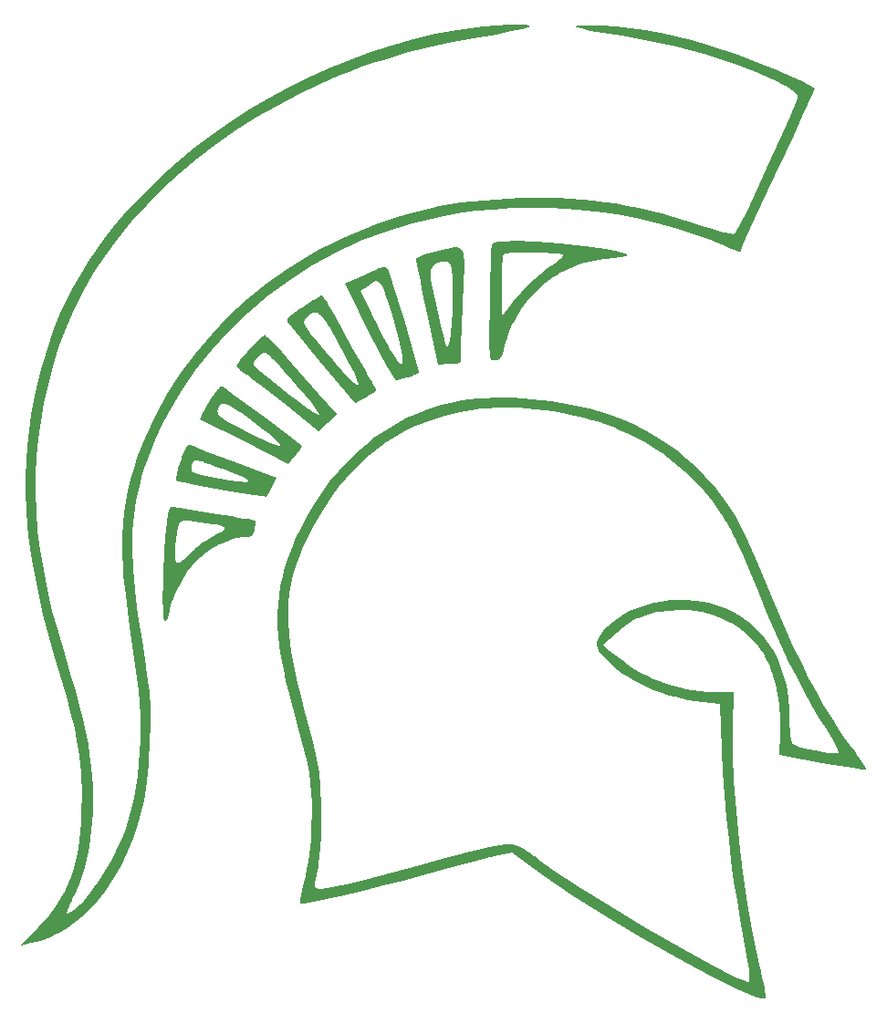
<source format=gbr>
G04 #@! TF.GenerationSoftware,KiCad,Pcbnew,8.0.7*
G04 #@! TF.CreationDate,2024-12-21T12:11:45-05:00*
G04 #@! TF.ProjectId,PCB-Sch,5043422d-5363-4682-9e6b-696361645f70,rev?*
G04 #@! TF.SameCoordinates,Original*
G04 #@! TF.FileFunction,Legend,Top*
G04 #@! TF.FilePolarity,Positive*
%FSLAX46Y46*%
G04 Gerber Fmt 4.6, Leading zero omitted, Abs format (unit mm)*
G04 Created by KiCad (PCBNEW 8.0.7) date 2024-12-21 12:11:45*
%MOMM*%
%LPD*%
G01*
G04 APERTURE LIST*
%ADD10C,0.000000*%
G04 APERTURE END LIST*
D10*
G36*
X190531213Y-87148369D02*
G01*
X190633181Y-87171968D01*
X190723115Y-87210703D01*
X190801639Y-87265768D01*
X190869380Y-87338362D01*
X190926961Y-87429680D01*
X190975008Y-87540919D01*
X191014146Y-87673277D01*
X191068193Y-88006131D01*
X191094102Y-88437817D01*
X191096874Y-88977907D01*
X191053001Y-90421592D01*
X190976572Y-92413770D01*
X190898437Y-94508111D01*
X190827743Y-96230383D01*
X190771933Y-97406952D01*
X190751934Y-97736339D01*
X190738446Y-97864188D01*
X190728305Y-97869452D01*
X190708165Y-97875297D01*
X190640055Y-97888577D01*
X190538460Y-97903718D01*
X190407718Y-97920409D01*
X190076161Y-97957203D01*
X189680111Y-97996478D01*
X188674696Y-98049396D01*
X187669281Y-93286894D01*
X187273646Y-91414552D01*
X186944983Y-89837388D01*
X186888426Y-89556268D01*
X187960321Y-89556268D01*
X187974946Y-89778566D01*
X188016545Y-90098146D01*
X188167028Y-90969308D01*
X188384482Y-92050069D01*
X188641625Y-93220748D01*
X188911169Y-94361661D01*
X189165831Y-95353126D01*
X189378324Y-96075459D01*
X189460231Y-96298301D01*
X189521364Y-96408980D01*
X189548788Y-96422905D01*
X189576425Y-96410930D01*
X189631951Y-96314204D01*
X189687167Y-96128646D01*
X189741298Y-95864101D01*
X189843204Y-95137427D01*
X189931467Y-94212936D01*
X189999887Y-93169382D01*
X190042261Y-92085521D01*
X190052390Y-91040107D01*
X190024072Y-90111895D01*
X190009098Y-89871684D01*
X189993582Y-89656160D01*
X189976981Y-89463969D01*
X189958752Y-89293753D01*
X189948857Y-89216462D01*
X189938352Y-89144156D01*
X189927169Y-89076666D01*
X189915240Y-89013822D01*
X189902497Y-88955454D01*
X189888872Y-88901393D01*
X189874297Y-88851470D01*
X189858706Y-88805514D01*
X189842029Y-88763356D01*
X189824199Y-88724828D01*
X189805148Y-88689758D01*
X189784808Y-88657977D01*
X189763112Y-88629317D01*
X189739992Y-88603607D01*
X189715379Y-88580678D01*
X189689207Y-88560360D01*
X189661407Y-88542484D01*
X189631911Y-88526880D01*
X189600651Y-88513379D01*
X189567561Y-88501810D01*
X189532571Y-88492005D01*
X189495615Y-88483794D01*
X189456623Y-88477007D01*
X189415529Y-88471475D01*
X189341519Y-88463323D01*
X189268380Y-88458659D01*
X189196211Y-88457406D01*
X189125107Y-88459486D01*
X189055167Y-88464822D01*
X188986485Y-88473336D01*
X188919161Y-88484950D01*
X188853289Y-88499588D01*
X188788968Y-88517170D01*
X188726295Y-88537621D01*
X188665365Y-88560863D01*
X188606276Y-88586817D01*
X188549125Y-88615407D01*
X188494009Y-88646555D01*
X188441025Y-88680184D01*
X188390269Y-88716215D01*
X188341838Y-88754572D01*
X188295830Y-88795177D01*
X188252341Y-88837952D01*
X188211469Y-88882820D01*
X188173309Y-88929704D01*
X188137959Y-88978525D01*
X188105516Y-89029207D01*
X188076076Y-89081671D01*
X188049738Y-89135841D01*
X188026596Y-89191638D01*
X188006749Y-89248986D01*
X187990294Y-89307807D01*
X187977326Y-89368023D01*
X187967944Y-89429557D01*
X187962243Y-89492331D01*
X187960321Y-89556268D01*
X186888426Y-89556268D01*
X186720500Y-88721591D01*
X186658954Y-88388640D01*
X186637404Y-88233352D01*
X186639712Y-88218012D01*
X186646564Y-88201790D01*
X186673475Y-88166896D01*
X186717283Y-88129055D01*
X186777138Y-88088657D01*
X186852185Y-88046089D01*
X186941572Y-88001738D01*
X187044447Y-87955991D01*
X187159957Y-87909237D01*
X187425470Y-87814256D01*
X187731291Y-87719895D01*
X188070598Y-87629254D01*
X188436570Y-87545433D01*
X189427983Y-87306430D01*
X189818986Y-87215511D01*
X190146854Y-87156413D01*
X190416585Y-87138708D01*
X190531213Y-87148369D01*
G37*
G36*
X168685039Y-100094425D02*
G01*
X168947736Y-100266004D01*
X169821480Y-100879609D01*
X172376363Y-102752363D01*
X174891558Y-104654882D01*
X175715694Y-105305695D01*
X175946145Y-105501459D01*
X176027613Y-105590020D01*
X176024557Y-105608552D01*
X176015572Y-105634100D01*
X176000928Y-105666236D01*
X175980897Y-105704535D01*
X175925758Y-105797915D01*
X175852326Y-105910828D01*
X175762770Y-106039864D01*
X175659262Y-106181612D01*
X175543972Y-106332662D01*
X175419070Y-106489602D01*
X174784072Y-107230436D01*
X170683030Y-105166685D01*
X166581987Y-103102935D01*
X166927296Y-102389298D01*
X168217417Y-102389298D01*
X168238940Y-102490261D01*
X168285268Y-102592153D01*
X168359036Y-102697069D01*
X168462880Y-102807101D01*
X168599435Y-102924342D01*
X168771336Y-103050884D01*
X168981220Y-103188821D01*
X169231722Y-103340246D01*
X169525476Y-103507251D01*
X170253287Y-103896374D01*
X171185736Y-104372935D01*
X171859810Y-104708347D01*
X172443386Y-104990003D01*
X172936502Y-105217477D01*
X173339197Y-105390341D01*
X173651510Y-105508170D01*
X173873479Y-105570537D01*
X173950597Y-105580789D01*
X174005144Y-105577016D01*
X174037125Y-105559164D01*
X174046544Y-105527180D01*
X174033406Y-105481012D01*
X173997716Y-105420604D01*
X173939479Y-105345905D01*
X173858700Y-105256861D01*
X173629534Y-105035524D01*
X173310258Y-104756168D01*
X172900910Y-104418365D01*
X172401528Y-104021690D01*
X171132820Y-103050018D01*
X170776621Y-102782354D01*
X170451157Y-102544571D01*
X170299477Y-102436728D01*
X170154915Y-102336167D01*
X170017281Y-102242824D01*
X169886385Y-102156637D01*
X169762039Y-102077542D01*
X169644055Y-102005477D01*
X169532242Y-101940378D01*
X169426413Y-101882183D01*
X169326378Y-101830829D01*
X169231948Y-101786252D01*
X169142935Y-101748390D01*
X169059149Y-101717180D01*
X168980401Y-101692559D01*
X168906503Y-101674463D01*
X168837265Y-101662830D01*
X168772499Y-101657597D01*
X168712016Y-101658701D01*
X168655627Y-101666079D01*
X168603142Y-101679667D01*
X168578305Y-101688771D01*
X168554373Y-101699403D01*
X168509131Y-101725225D01*
X168467227Y-101757068D01*
X168428472Y-101794870D01*
X168392678Y-101838568D01*
X168359654Y-101888100D01*
X168329213Y-101943401D01*
X168301164Y-102004409D01*
X168275321Y-102071061D01*
X168238243Y-102181791D01*
X168218063Y-102287172D01*
X168217417Y-102389298D01*
X166927296Y-102389298D01*
X166978862Y-102282729D01*
X167183087Y-101923887D01*
X167422039Y-101515437D01*
X167546786Y-101308111D01*
X167670913Y-101106986D01*
X167791320Y-100918264D01*
X167904905Y-100748144D01*
X167959424Y-100674719D01*
X168013632Y-100603502D01*
X168067220Y-100534843D01*
X168119879Y-100469092D01*
X168171297Y-100406595D01*
X168221164Y-100347704D01*
X168269172Y-100292765D01*
X168315009Y-100242129D01*
X168358365Y-100196143D01*
X168398931Y-100155158D01*
X168436397Y-100119520D01*
X168470452Y-100089580D01*
X168500786Y-100065687D01*
X168514461Y-100056116D01*
X168527089Y-100048188D01*
X168538633Y-100041945D01*
X168549052Y-100037432D01*
X168558309Y-100034693D01*
X168566364Y-100033770D01*
X168685039Y-100094425D01*
G37*
G36*
X197748096Y-86619445D02*
G01*
X200035242Y-86774837D01*
X202311227Y-87003402D01*
X204290485Y-87281267D01*
X205079604Y-87431226D01*
X205687454Y-87584557D01*
X206078341Y-87738276D01*
X206181268Y-87814347D01*
X206216569Y-87889397D01*
X206214185Y-87897065D01*
X206207112Y-87905164D01*
X206179362Y-87922521D01*
X206134249Y-87941195D01*
X206072702Y-87960915D01*
X205904031Y-88002411D01*
X205680789Y-88044837D01*
X205410419Y-88086022D01*
X205100360Y-88123797D01*
X204758055Y-88155990D01*
X204390944Y-88180432D01*
X203971038Y-88219054D01*
X203554943Y-88275162D01*
X203143064Y-88348409D01*
X202735802Y-88438453D01*
X202333558Y-88544950D01*
X201936736Y-88667555D01*
X201545737Y-88805924D01*
X201160963Y-88959714D01*
X200782817Y-89128581D01*
X200411701Y-89312180D01*
X200048016Y-89510168D01*
X199692164Y-89722200D01*
X199344549Y-89947934D01*
X199005572Y-90187024D01*
X198675635Y-90439126D01*
X198355140Y-90703898D01*
X197744086Y-91270071D01*
X197454330Y-91570785D01*
X197175625Y-91882792D01*
X196908373Y-92205748D01*
X196652976Y-92539309D01*
X196409836Y-92883131D01*
X196179355Y-93236870D01*
X195961935Y-93600182D01*
X195757979Y-93972723D01*
X195567888Y-94354149D01*
X195392064Y-94744117D01*
X195230910Y-95142281D01*
X195084828Y-95548299D01*
X194954220Y-95961826D01*
X194839488Y-96382518D01*
X194790725Y-96566828D01*
X194743318Y-96733349D01*
X194696764Y-96882894D01*
X194650558Y-97016278D01*
X194627429Y-97077163D01*
X194604198Y-97134313D01*
X194580802Y-97187830D01*
X194557179Y-97237815D01*
X194533265Y-97284370D01*
X194508997Y-97327597D01*
X194484313Y-97367597D01*
X194459149Y-97404472D01*
X194433442Y-97438324D01*
X194407130Y-97469255D01*
X194380149Y-97497366D01*
X194352437Y-97522760D01*
X194323930Y-97545537D01*
X194294566Y-97565800D01*
X194264281Y-97583650D01*
X194233013Y-97599190D01*
X194200698Y-97612520D01*
X194167274Y-97623743D01*
X194132678Y-97632960D01*
X194096846Y-97640273D01*
X194059716Y-97645784D01*
X194021224Y-97649594D01*
X193981308Y-97651806D01*
X193939905Y-97652521D01*
X193756661Y-97640170D01*
X193682828Y-97613627D01*
X193619925Y-97563637D01*
X193567253Y-97482796D01*
X193524117Y-97363701D01*
X193489816Y-97198950D01*
X193463655Y-96981140D01*
X193432959Y-96356734D01*
X193426447Y-95431260D01*
X193463654Y-92440229D01*
X193507889Y-90376891D01*
X193513660Y-90182225D01*
X194596248Y-90182225D01*
X194601365Y-90746892D01*
X194601365Y-93551479D01*
X195183446Y-92784184D01*
X195414039Y-92474830D01*
X195649051Y-92172181D01*
X195887938Y-91876741D01*
X196130159Y-91589013D01*
X196375170Y-91309502D01*
X196622429Y-91038711D01*
X196871393Y-90777145D01*
X197121520Y-90525306D01*
X197372267Y-90283699D01*
X197623092Y-90052829D01*
X197873451Y-89833197D01*
X198122803Y-89625309D01*
X198370605Y-89429669D01*
X198616314Y-89246779D01*
X198859387Y-89077145D01*
X199099282Y-88921269D01*
X199230657Y-88832056D01*
X199356527Y-88743346D01*
X199476352Y-88655644D01*
X199589587Y-88569454D01*
X199695692Y-88485280D01*
X199794122Y-88403624D01*
X199884336Y-88324992D01*
X199965791Y-88249887D01*
X200037944Y-88178813D01*
X200100253Y-88112273D01*
X200152175Y-88050772D01*
X200174071Y-88022068D01*
X200193167Y-87994813D01*
X200209395Y-87969069D01*
X200222688Y-87944900D01*
X200232976Y-87922369D01*
X200240194Y-87901537D01*
X200244271Y-87882470D01*
X200245142Y-87865228D01*
X200242738Y-87849876D01*
X200236991Y-87836477D01*
X200208063Y-87812295D01*
X200152228Y-87789374D01*
X199966929Y-87747386D01*
X199695278Y-87710670D01*
X199351462Y-87679380D01*
X198504071Y-87633697D01*
X197538237Y-87611579D01*
X196567443Y-87614266D01*
X195705170Y-87642997D01*
X195350192Y-87667517D01*
X195064899Y-87699014D01*
X194863477Y-87737642D01*
X194798651Y-87759679D01*
X194760112Y-87783556D01*
X194740598Y-87813058D01*
X194721820Y-87870736D01*
X194686939Y-88064266D01*
X194656398Y-88351433D01*
X194631128Y-88719525D01*
X194612060Y-89155829D01*
X194600123Y-89647633D01*
X194596248Y-90182225D01*
X193513660Y-90182225D01*
X193559566Y-88633534D01*
X193587421Y-87938435D01*
X193616205Y-87391233D01*
X193645609Y-87014565D01*
X193660447Y-86897253D01*
X193675323Y-86831063D01*
X193732251Y-86764338D01*
X193855409Y-86707782D01*
X194282572Y-86623684D01*
X194921118Y-86575786D01*
X195735351Y-86561103D01*
X197748096Y-86619445D01*
G37*
G36*
X172630242Y-95281910D02*
G01*
X172690090Y-95316695D01*
X172878657Y-95475910D01*
X173185666Y-95783332D01*
X173643054Y-96273380D01*
X175136710Y-97939014D01*
X177615111Y-100748144D01*
X179281989Y-102653142D01*
X178408862Y-103420437D01*
X177562197Y-104187726D01*
X174757610Y-101938768D01*
X173593445Y-101022234D01*
X172488810Y-100162752D01*
X171572691Y-99457059D01*
X170974071Y-99001893D01*
X170871215Y-98932214D01*
X170771344Y-98862419D01*
X170674961Y-98793011D01*
X170582571Y-98724494D01*
X170494675Y-98657373D01*
X170411780Y-98592151D01*
X170334388Y-98529332D01*
X170263004Y-98469419D01*
X170198130Y-98412918D01*
X170140272Y-98360331D01*
X170089933Y-98312162D01*
X170047616Y-98268915D01*
X170013826Y-98231095D01*
X169989066Y-98199204D01*
X169980230Y-98185640D01*
X169973841Y-98173747D01*
X169969961Y-98163589D01*
X169968654Y-98155228D01*
X169975056Y-98128692D01*
X169993821Y-98089289D01*
X170024290Y-98037794D01*
X170065806Y-97974981D01*
X170088605Y-97943558D01*
X171556154Y-97943558D01*
X171569240Y-97978162D01*
X171607508Y-98031563D01*
X171753662Y-98189952D01*
X172282932Y-98679432D01*
X173049087Y-99335103D01*
X173957248Y-100080071D01*
X174912539Y-100837441D01*
X175820080Y-101530319D01*
X176584995Y-102081810D01*
X176884317Y-102280506D01*
X177112404Y-102415019D01*
X177747405Y-102758980D01*
X177244695Y-101991685D01*
X177107494Y-101792732D01*
X176901151Y-101521224D01*
X176635896Y-101188945D01*
X176321962Y-100807676D01*
X175588984Y-99945300D01*
X174784072Y-99028352D01*
X174383682Y-98593289D01*
X174001896Y-98187061D01*
X173647396Y-97818660D01*
X173328862Y-97497077D01*
X173185796Y-97356653D01*
X173054977Y-97231305D01*
X172937491Y-97122158D01*
X172834422Y-97030336D01*
X172746856Y-96956961D01*
X172675879Y-96903160D01*
X172622575Y-96870055D01*
X172602889Y-96861614D01*
X172588029Y-96858770D01*
X172561791Y-96860981D01*
X172532839Y-96867464D01*
X172501407Y-96877998D01*
X172467727Y-96892359D01*
X172394553Y-96931672D01*
X172315178Y-96983620D01*
X172231462Y-97046419D01*
X172145266Y-97118288D01*
X172058449Y-97197443D01*
X171972873Y-97282102D01*
X171890398Y-97370481D01*
X171812883Y-97460798D01*
X171742189Y-97551271D01*
X171680178Y-97640115D01*
X171628708Y-97725549D01*
X171607508Y-97766430D01*
X171589641Y-97805789D01*
X171575339Y-97843405D01*
X171564836Y-97879053D01*
X171558363Y-97912512D01*
X171556154Y-97943558D01*
X170088605Y-97943558D01*
X170179338Y-97818505D01*
X170329148Y-97626061D01*
X170509964Y-97403852D01*
X170716514Y-97158078D01*
X170943529Y-96894941D01*
X171185736Y-96620641D01*
X171309327Y-96483402D01*
X171431561Y-96349962D01*
X171551702Y-96221017D01*
X171669014Y-96097265D01*
X171782761Y-95979405D01*
X171892205Y-95868133D01*
X171996611Y-95764147D01*
X172095242Y-95668146D01*
X172187362Y-95580826D01*
X172272234Y-95502885D01*
X172349122Y-95435021D01*
X172417290Y-95377931D01*
X172476001Y-95332314D01*
X172524519Y-95298866D01*
X172544725Y-95286924D01*
X172562107Y-95278286D01*
X172576573Y-95273039D01*
X172588029Y-95271271D01*
X172630242Y-95281910D01*
G37*
G36*
X164084000Y-111252000D02*
G01*
X164123015Y-111255903D01*
X164164234Y-111261754D01*
X164253654Y-111278563D01*
X164430697Y-111317836D01*
X164732384Y-111374473D01*
X165642716Y-111529915D01*
X168222404Y-111940020D01*
X168909597Y-112038826D01*
X169552762Y-112135151D01*
X170137636Y-112226515D01*
X170649956Y-112310437D01*
X171075460Y-112384437D01*
X171399884Y-112446036D01*
X171608967Y-112492751D01*
X171665798Y-112509753D01*
X171688445Y-112522104D01*
X171697444Y-112535378D01*
X171704620Y-112555124D01*
X171710014Y-112580994D01*
X171713664Y-112612640D01*
X171715609Y-112649711D01*
X171715886Y-112691859D01*
X171711597Y-112789992D01*
X171701107Y-112904249D01*
X171684725Y-113031838D01*
X171662763Y-113169969D01*
X171635529Y-113315852D01*
X171614942Y-113424456D01*
X171592379Y-113522403D01*
X171567103Y-113610195D01*
X171538377Y-113688336D01*
X171522491Y-113723945D01*
X171505466Y-113757331D01*
X171487210Y-113788556D01*
X171467632Y-113817683D01*
X171446639Y-113844775D01*
X171424140Y-113869895D01*
X171400042Y-113893107D01*
X171374253Y-113914473D01*
X171346681Y-113934056D01*
X171317234Y-113951919D01*
X171285821Y-113968126D01*
X171252348Y-113982738D01*
X171216724Y-113995820D01*
X171178858Y-114007433D01*
X171138656Y-114017642D01*
X171096027Y-114026508D01*
X171003119Y-114040468D01*
X170899398Y-114049815D01*
X170784127Y-114055053D01*
X170656570Y-114056688D01*
X170422353Y-114069155D01*
X170168176Y-114105573D01*
X169897024Y-114164472D01*
X169611880Y-114244376D01*
X169315728Y-114343814D01*
X169011555Y-114461313D01*
X168702342Y-114595400D01*
X168391076Y-114744603D01*
X168080740Y-114907448D01*
X167774318Y-115082463D01*
X167474795Y-115268175D01*
X167185155Y-115463111D01*
X166908383Y-115665799D01*
X166647462Y-115874765D01*
X166405377Y-116088538D01*
X166185113Y-116305643D01*
X165982205Y-116524797D01*
X165781003Y-116764065D01*
X165582591Y-117021240D01*
X165388055Y-117294111D01*
X165198480Y-117580469D01*
X165014951Y-117878107D01*
X164838554Y-118184813D01*
X164670373Y-118498379D01*
X164511494Y-118816597D01*
X164363002Y-119137256D01*
X164225982Y-119458147D01*
X164101519Y-119777062D01*
X163990699Y-120091791D01*
X163894607Y-120400125D01*
X163814327Y-120699855D01*
X163750946Y-120988772D01*
X163730191Y-121095070D01*
X163719153Y-121146029D01*
X163707693Y-121195477D01*
X163695826Y-121243374D01*
X163683566Y-121289682D01*
X163670929Y-121334363D01*
X163657928Y-121377377D01*
X163644579Y-121418686D01*
X163630895Y-121458250D01*
X163616892Y-121496032D01*
X163602583Y-121531993D01*
X163587983Y-121566093D01*
X163573108Y-121598293D01*
X163557971Y-121628556D01*
X163542586Y-121656843D01*
X163526970Y-121683114D01*
X163511135Y-121707331D01*
X163495097Y-121729455D01*
X163478869Y-121749447D01*
X163462468Y-121767269D01*
X163445906Y-121782882D01*
X163429200Y-121796247D01*
X163412362Y-121807325D01*
X163395408Y-121816078D01*
X163378352Y-121822467D01*
X163361209Y-121826453D01*
X163343994Y-121827997D01*
X163326720Y-121827061D01*
X163309403Y-121823605D01*
X163292057Y-121817591D01*
X163274696Y-121808981D01*
X163229989Y-121716351D01*
X163194856Y-121505743D01*
X163151913Y-120777105D01*
X163143076Y-119716083D01*
X163165555Y-118415697D01*
X163216560Y-116968963D01*
X163274781Y-115830888D01*
X164269073Y-115830888D01*
X164273885Y-115930154D01*
X164282179Y-116019978D01*
X164294079Y-116100384D01*
X164309704Y-116171397D01*
X164329175Y-116233039D01*
X164352614Y-116285336D01*
X164380143Y-116328313D01*
X164411881Y-116361992D01*
X164447950Y-116386398D01*
X164488472Y-116401556D01*
X164533567Y-116407490D01*
X164583356Y-116404224D01*
X164637961Y-116391782D01*
X164697503Y-116370188D01*
X164762103Y-116339467D01*
X164831881Y-116299643D01*
X164906960Y-116250740D01*
X164987459Y-116192782D01*
X165073502Y-116125794D01*
X165165207Y-116049800D01*
X165366093Y-115870889D01*
X165591085Y-115656244D01*
X165841154Y-115406058D01*
X165949493Y-115300470D01*
X166065429Y-115192635D01*
X166187877Y-115083404D01*
X166315750Y-114973631D01*
X166583434Y-114755867D01*
X166859799Y-114546165D01*
X166998525Y-114446468D01*
X167136165Y-114351345D01*
X167271635Y-114261648D01*
X167403849Y-114178229D01*
X167531722Y-114101942D01*
X167654169Y-114033638D01*
X167770106Y-113974171D01*
X167878445Y-113924394D01*
X168093335Y-113823567D01*
X168281677Y-113729212D01*
X168443586Y-113640981D01*
X168514664Y-113599053D01*
X168579178Y-113558525D01*
X168637142Y-113519353D01*
X168688571Y-113481494D01*
X168733478Y-113444905D01*
X168771880Y-113409541D01*
X168803789Y-113375360D01*
X168829221Y-113342317D01*
X168848190Y-113310368D01*
X168860711Y-113279471D01*
X168866799Y-113249582D01*
X168866467Y-113220657D01*
X168859730Y-113192652D01*
X168846604Y-113165525D01*
X168827101Y-113139230D01*
X168801238Y-113113725D01*
X168769028Y-113088967D01*
X168730487Y-113064910D01*
X168685627Y-113041513D01*
X168634465Y-113018731D01*
X168577015Y-112996521D01*
X168513291Y-112974838D01*
X168443307Y-112953640D01*
X168367079Y-112932883D01*
X168195946Y-112892517D01*
X167794523Y-112824720D01*
X167266597Y-112746999D01*
X166674177Y-112669277D01*
X166079278Y-112601477D01*
X165564685Y-112535693D01*
X165356416Y-112518517D01*
X165177215Y-112516727D01*
X165097667Y-112522753D01*
X165024369Y-112534007D01*
X164956982Y-112550948D01*
X164895165Y-112574037D01*
X164838581Y-112603734D01*
X164786890Y-112640499D01*
X164739753Y-112684793D01*
X164696831Y-112737076D01*
X164657785Y-112797808D01*
X164622275Y-112867449D01*
X164589963Y-112946460D01*
X164560509Y-113035301D01*
X164508819Y-113244313D01*
X164464494Y-113498167D01*
X164424819Y-113800546D01*
X164387083Y-114155131D01*
X164306571Y-115035647D01*
X164282238Y-115338916D01*
X164269415Y-115603932D01*
X164269073Y-115830888D01*
X163274781Y-115830888D01*
X163293300Y-115468900D01*
X163392984Y-114008524D01*
X163512822Y-112680853D01*
X163541780Y-112437212D01*
X163569614Y-112221243D01*
X163597060Y-112031474D01*
X163610869Y-111945954D01*
X163624856Y-111866432D01*
X163639115Y-111792723D01*
X163653736Y-111724644D01*
X163668814Y-111662011D01*
X163684439Y-111604639D01*
X163700703Y-111552344D01*
X163717699Y-111504942D01*
X163735518Y-111462249D01*
X163754253Y-111424081D01*
X163773996Y-111390254D01*
X163794839Y-111360584D01*
X163816873Y-111334886D01*
X163840191Y-111312977D01*
X163864885Y-111294672D01*
X163891047Y-111279788D01*
X163918769Y-111268140D01*
X163948143Y-111259544D01*
X163979261Y-111253816D01*
X164012215Y-111250772D01*
X164047098Y-111250228D01*
X164084000Y-111252000D01*
G37*
G36*
X165648530Y-105459971D02*
G01*
X165676945Y-105465090D01*
X165705854Y-105473194D01*
X165735320Y-105484185D01*
X166183458Y-105673528D01*
X167117769Y-106046426D01*
X169889279Y-107124604D01*
X173646362Y-108579811D01*
X173223029Y-109400018D01*
X173183090Y-109483663D01*
X173142879Y-109565641D01*
X173063039Y-109722892D01*
X172986299Y-109868361D01*
X172915450Y-109998637D01*
X172746779Y-110299604D01*
X172405095Y-110270768D01*
X171546233Y-110143334D01*
X168916936Y-109704291D01*
X166138810Y-109205717D01*
X165093912Y-109003868D01*
X164491778Y-108870852D01*
X164455508Y-108855291D01*
X164426097Y-108828219D01*
X164403586Y-108789288D01*
X164388012Y-108738148D01*
X164379415Y-108674450D01*
X164377832Y-108597846D01*
X164383303Y-108507987D01*
X164395867Y-108404524D01*
X164415563Y-108287109D01*
X164442428Y-108155392D01*
X164517824Y-107847659D01*
X164576536Y-107640351D01*
X165770939Y-107640351D01*
X165773355Y-107683121D01*
X165778406Y-107724921D01*
X165786171Y-107765525D01*
X165796726Y-107804705D01*
X165810148Y-107842233D01*
X165826517Y-107877880D01*
X165845909Y-107911421D01*
X165868401Y-107942626D01*
X165894071Y-107971269D01*
X165997056Y-108027306D01*
X166188368Y-108094621D01*
X166455258Y-108170850D01*
X166784973Y-108253630D01*
X167581875Y-108429381D01*
X168477066Y-108602962D01*
X169368536Y-108755459D01*
X170154276Y-108867959D01*
X170475619Y-108903299D01*
X170732277Y-108921547D01*
X170911497Y-108920339D01*
X170968084Y-108911700D01*
X171000529Y-108897311D01*
X171031076Y-108859238D01*
X171051430Y-108823413D01*
X171058839Y-108788364D01*
X171050551Y-108752617D01*
X171023815Y-108714699D01*
X170975879Y-108673138D01*
X170903991Y-108626462D01*
X170805398Y-108573196D01*
X170517096Y-108441008D01*
X170088957Y-108264791D01*
X168725113Y-107733143D01*
X168284055Y-107568760D01*
X167860669Y-107415230D01*
X167465189Y-107275962D01*
X167107847Y-107154368D01*
X166798873Y-107053857D01*
X166548501Y-106977842D01*
X166366962Y-106929731D01*
X166305202Y-106917206D01*
X166264488Y-106912937D01*
X166227681Y-106915147D01*
X166191727Y-106921625D01*
X166156704Y-106932143D01*
X166122687Y-106946474D01*
X166089757Y-106964391D01*
X166057989Y-106985664D01*
X166027461Y-107010068D01*
X165998251Y-107037373D01*
X165970436Y-107067353D01*
X165944094Y-107099779D01*
X165919302Y-107134424D01*
X165896138Y-107171060D01*
X165874679Y-107209459D01*
X165855003Y-107249394D01*
X165837188Y-107290638D01*
X165821310Y-107332962D01*
X165807448Y-107376138D01*
X165795679Y-107419939D01*
X165786080Y-107464138D01*
X165778729Y-107508506D01*
X165773704Y-107552816D01*
X165771081Y-107596840D01*
X165770939Y-107640351D01*
X164576536Y-107640351D01*
X164622365Y-107478534D01*
X164756362Y-107045227D01*
X164837992Y-106803872D01*
X164914544Y-106585307D01*
X164986523Y-106388756D01*
X165054432Y-106213443D01*
X165087018Y-106133509D01*
X165118775Y-106058595D01*
X165149767Y-105988602D01*
X165180057Y-105923435D01*
X165209707Y-105862996D01*
X165238781Y-105807189D01*
X165267341Y-105755916D01*
X165295450Y-105709081D01*
X165323172Y-105666587D01*
X165350570Y-105628337D01*
X165377705Y-105594233D01*
X165404642Y-105564180D01*
X165431444Y-105538080D01*
X165458173Y-105515837D01*
X165484892Y-105497353D01*
X165511664Y-105482531D01*
X165538553Y-105471276D01*
X165565621Y-105463489D01*
X165592931Y-105459073D01*
X165620547Y-105457933D01*
X165648530Y-105459971D01*
G37*
G36*
X195650402Y-101124032D02*
G01*
X196536129Y-101168170D01*
X197432089Y-101235563D01*
X198332970Y-101325938D01*
X199233465Y-101439025D01*
X200128262Y-101574553D01*
X201012052Y-101732250D01*
X201879525Y-101911845D01*
X202725371Y-102113066D01*
X203544282Y-102335643D01*
X204660661Y-102689666D01*
X205755723Y-103105312D01*
X206826756Y-103580335D01*
X207871046Y-104112486D01*
X208885880Y-104699517D01*
X209868546Y-105339181D01*
X210816330Y-106029230D01*
X211726519Y-106767415D01*
X212596401Y-107551488D01*
X213423262Y-108379203D01*
X214204390Y-109248310D01*
X214937071Y-110156562D01*
X215618592Y-111101711D01*
X216246241Y-112081509D01*
X216817304Y-113093709D01*
X217329068Y-114136061D01*
X218298105Y-116381713D01*
X219604491Y-119480646D01*
X220587582Y-121823706D01*
X221555792Y-123997164D01*
X222514080Y-126010012D01*
X222991054Y-126959017D01*
X223467407Y-127871241D01*
X223943761Y-128747808D01*
X224420735Y-129589843D01*
X224898949Y-130398469D01*
X225379023Y-131174810D01*
X225861577Y-131919991D01*
X226347232Y-132635134D01*
X226836607Y-133321365D01*
X227330323Y-133979807D01*
X227561420Y-134291212D01*
X227775153Y-134585872D01*
X227966562Y-134856967D01*
X228130686Y-135097675D01*
X228200966Y-135204503D01*
X228262564Y-135301177D01*
X228314860Y-135386843D01*
X228357235Y-135460650D01*
X228389067Y-135521744D01*
X228409736Y-135569273D01*
X228415692Y-135587685D01*
X228418624Y-135602385D01*
X228418455Y-135613268D01*
X228415109Y-135620226D01*
X228384756Y-135626183D01*
X228314910Y-135624466D01*
X228064953Y-135599559D01*
X227181496Y-135474710D01*
X225896201Y-135270485D01*
X224340531Y-135011692D01*
X220371778Y-134297312D01*
X220451159Y-132312935D01*
X220463348Y-131874073D01*
X220460615Y-131422654D01*
X220443542Y-130961622D01*
X220412710Y-130493925D01*
X220368701Y-130022507D01*
X220312096Y-129550314D01*
X220243476Y-129080292D01*
X220163422Y-128615385D01*
X220072517Y-128158540D01*
X219971340Y-127712702D01*
X219860475Y-127280816D01*
X219740501Y-126865829D01*
X219612000Y-126470685D01*
X219475554Y-126098331D01*
X219331744Y-125751711D01*
X219181151Y-125433771D01*
X218890859Y-124911458D01*
X218566615Y-124416623D01*
X218209816Y-123950081D01*
X217821855Y-123512646D01*
X217404129Y-123105132D01*
X216958032Y-122728353D01*
X216484960Y-122383122D01*
X215986309Y-122070253D01*
X215463472Y-121790561D01*
X214917847Y-121544859D01*
X214350828Y-121333961D01*
X213763810Y-121158681D01*
X213158188Y-121019833D01*
X212535358Y-120918231D01*
X211896716Y-120854688D01*
X211243655Y-120830019D01*
X210766637Y-120837215D01*
X210307330Y-120859061D01*
X209864844Y-120895945D01*
X209438288Y-120948255D01*
X209026769Y-121016377D01*
X208629397Y-121100700D01*
X208245279Y-121201611D01*
X207873525Y-121319498D01*
X207513244Y-121454748D01*
X207163543Y-121607750D01*
X206823531Y-121778889D01*
X206492317Y-121968555D01*
X206169010Y-122177135D01*
X205852718Y-122405015D01*
X205542549Y-122652585D01*
X205237613Y-122920231D01*
X203967610Y-124057940D01*
X204629073Y-124613562D01*
X205186919Y-125074638D01*
X205749416Y-125505445D01*
X206316875Y-125906099D01*
X206889604Y-126276716D01*
X207467915Y-126617412D01*
X208052117Y-126928304D01*
X208642520Y-127209508D01*
X209239434Y-127461140D01*
X209843170Y-127683316D01*
X210454038Y-127876153D01*
X211072346Y-128039766D01*
X211698407Y-128174273D01*
X212332529Y-128279790D01*
X212975022Y-128356432D01*
X213626198Y-128404316D01*
X214286365Y-128423558D01*
X216138448Y-128423558D01*
X216059072Y-131757307D01*
X216051889Y-134116026D01*
X216145476Y-136691786D01*
X216333940Y-139431257D01*
X216611391Y-142281109D01*
X216971936Y-145188012D01*
X217409687Y-148098635D01*
X217918750Y-150959649D01*
X218493236Y-153717724D01*
X218634313Y-154328336D01*
X218758647Y-154901739D01*
X218864377Y-155425533D01*
X218949644Y-155887314D01*
X219012586Y-156274680D01*
X219035105Y-156436582D01*
X219051344Y-156575229D01*
X219061072Y-156689072D01*
X219064056Y-156776560D01*
X219060064Y-156836142D01*
X219055380Y-156854984D01*
X219048863Y-156866269D01*
X218949864Y-156907221D01*
X218779313Y-156902435D01*
X218238112Y-156763691D01*
X217454368Y-156466119D01*
X216457187Y-156025803D01*
X213938943Y-154781280D01*
X210916233Y-153158796D01*
X207621912Y-151287025D01*
X204288833Y-149294640D01*
X201149851Y-147310317D01*
X198437819Y-145462729D01*
X195527407Y-143372517D01*
X193939905Y-143690022D01*
X193525305Y-143778079D01*
X192934902Y-143918226D01*
X191337066Y-144325022D01*
X189367160Y-144850880D01*
X187245947Y-145436270D01*
X185465694Y-145929781D01*
X183585601Y-146422671D01*
X181706750Y-146891996D01*
X179930217Y-147314812D01*
X178357083Y-147668175D01*
X177088427Y-147929141D01*
X176225327Y-148074765D01*
X175977448Y-148097154D01*
X175904954Y-148094488D01*
X175868863Y-148082104D01*
X175862300Y-148064037D01*
X175862248Y-148020661D01*
X175880438Y-147863409D01*
X175920953Y-147621201D01*
X175981311Y-147304890D01*
X176151636Y-146493364D01*
X176371571Y-145515646D01*
X176510529Y-144856720D01*
X176629953Y-144203065D01*
X176730154Y-143545069D01*
X176811441Y-142873120D01*
X176874124Y-142177607D01*
X176918514Y-141448917D01*
X176944921Y-140677439D01*
X176953654Y-139853562D01*
X176956083Y-138737713D01*
X176928436Y-137787745D01*
X176848079Y-136879326D01*
X176692378Y-135888120D01*
X176438698Y-134689795D01*
X176064406Y-133160018D01*
X174863445Y-128608769D01*
X174568961Y-127435598D01*
X174320791Y-126313820D01*
X174119363Y-125238395D01*
X173965102Y-124204285D01*
X173858435Y-123206452D01*
X173799789Y-122239857D01*
X173789589Y-121299462D01*
X173798486Y-121087989D01*
X174774148Y-121087989D01*
X174786661Y-122029818D01*
X174851301Y-123015521D01*
X174967800Y-124053623D01*
X175135884Y-125152652D01*
X175355282Y-126321134D01*
X175625724Y-127567595D01*
X175946938Y-128900563D01*
X176318653Y-130328564D01*
X176728551Y-131843560D01*
X177052873Y-133097178D01*
X177302780Y-134152978D01*
X177403317Y-134626560D01*
X177489436Y-135074524D01*
X177562532Y-135504814D01*
X177624002Y-135925377D01*
X177675239Y-136344156D01*
X177717640Y-136769098D01*
X177781512Y-137669250D01*
X177826781Y-138689394D01*
X177859234Y-139782559D01*
X177858200Y-140851538D01*
X177824920Y-141884550D01*
X177760634Y-142869812D01*
X177666583Y-143795544D01*
X177608783Y-144232404D01*
X177544007Y-144649962D01*
X177472409Y-145046747D01*
X177394145Y-145421286D01*
X177309370Y-145772105D01*
X177218239Y-146097733D01*
X177213740Y-146120128D01*
X177210158Y-146142639D01*
X177207476Y-146165228D01*
X177205681Y-146187856D01*
X177204758Y-146210483D01*
X177204693Y-146233072D01*
X177205470Y-146255584D01*
X177207076Y-146277979D01*
X177209496Y-146300219D01*
X177212715Y-146322265D01*
X177216719Y-146344079D01*
X177221493Y-146365621D01*
X177227024Y-146386853D01*
X177233295Y-146407737D01*
X177240293Y-146428233D01*
X177248003Y-146448303D01*
X177256411Y-146467907D01*
X177265502Y-146487008D01*
X177275261Y-146505566D01*
X177285675Y-146523543D01*
X177296728Y-146540899D01*
X177308406Y-146557597D01*
X177320694Y-146573597D01*
X177333579Y-146588860D01*
X177347044Y-146603349D01*
X177361077Y-146617023D01*
X177375662Y-146629845D01*
X177390784Y-146641776D01*
X177406430Y-146652776D01*
X177422585Y-146662807D01*
X177439233Y-146671831D01*
X177456362Y-146679808D01*
X177582524Y-146703690D01*
X177772364Y-146705906D01*
X178342303Y-146645497D01*
X179164631Y-146498893D01*
X180237795Y-146266402D01*
X181560247Y-145948334D01*
X183130436Y-145545000D01*
X187007824Y-144483773D01*
X189385145Y-143829393D01*
X190389709Y-143559816D01*
X191282497Y-143326633D01*
X192071725Y-143128331D01*
X192765610Y-142963399D01*
X193372369Y-142830325D01*
X193900218Y-142727599D01*
X194357373Y-142653708D01*
X194562009Y-142627104D01*
X194752052Y-142607141D01*
X194928531Y-142593632D01*
X195092471Y-142586387D01*
X195244900Y-142585217D01*
X195386846Y-142589934D01*
X195519335Y-142600348D01*
X195643394Y-142616270D01*
X195760050Y-142637512D01*
X195870331Y-142663884D01*
X195975263Y-142695198D01*
X196075874Y-142731265D01*
X196173191Y-142771895D01*
X196268240Y-142816901D01*
X196354320Y-142858680D01*
X196443423Y-142904334D01*
X196534851Y-142953400D01*
X196627907Y-143005412D01*
X196816112Y-143116411D01*
X197002457Y-143233613D01*
X197181361Y-143353295D01*
X197347242Y-143471738D01*
X197423555Y-143529332D01*
X197494520Y-143585221D01*
X197559438Y-143638939D01*
X197617613Y-143690022D01*
X198244500Y-144187019D01*
X199145169Y-144828348D01*
X201602900Y-146446646D01*
X204660905Y-148350199D01*
X207989281Y-150344288D01*
X211258125Y-152234199D01*
X214137535Y-153825213D01*
X216297609Y-154922614D01*
X217004800Y-155225360D01*
X217408444Y-155331684D01*
X217462633Y-155317473D01*
X217505854Y-155272567D01*
X217537681Y-155193554D01*
X217557686Y-155077024D01*
X217565444Y-154919566D01*
X217560529Y-154717770D01*
X217510971Y-154167520D01*
X217405603Y-153398989D01*
X217241014Y-152384891D01*
X216720529Y-149510853D01*
X216421995Y-147813231D01*
X216142995Y-146005538D01*
X215885698Y-144104207D01*
X215652276Y-142125671D01*
X215444898Y-140086364D01*
X215265735Y-138002718D01*
X215116959Y-135891166D01*
X215000739Y-133768143D01*
X214815528Y-129534813D01*
X213201573Y-129349602D01*
X212547175Y-129269058D01*
X211904132Y-129166616D01*
X211273259Y-129042702D01*
X210655370Y-128897743D01*
X210051279Y-128732165D01*
X209461799Y-128546395D01*
X208887745Y-128340858D01*
X208329930Y-128115981D01*
X207789168Y-127872191D01*
X207266274Y-127609914D01*
X206762061Y-127329576D01*
X206277342Y-127031603D01*
X205812933Y-126716422D01*
X205369646Y-126384460D01*
X204948296Y-126036142D01*
X204549697Y-125671894D01*
X204297884Y-125423764D01*
X204078046Y-125193733D01*
X203980033Y-125084766D01*
X203889912Y-124979437D01*
X203807649Y-124877451D01*
X203733210Y-124778513D01*
X203666561Y-124682326D01*
X203607668Y-124588596D01*
X203556498Y-124497026D01*
X203513016Y-124407321D01*
X203477189Y-124319186D01*
X203448983Y-124232325D01*
X203428363Y-124146443D01*
X203415296Y-124061244D01*
X203409748Y-123976432D01*
X203411685Y-123891712D01*
X203421074Y-123806789D01*
X203437879Y-123721367D01*
X203462067Y-123635151D01*
X203493605Y-123547844D01*
X203532459Y-123459152D01*
X203578594Y-123368778D01*
X203631976Y-123276428D01*
X203692573Y-123181806D01*
X203760349Y-123084616D01*
X203835271Y-122984563D01*
X204006417Y-122774686D01*
X204205739Y-122549809D01*
X204437369Y-122307055D01*
X204685219Y-122074973D01*
X205226246Y-121643353D01*
X205822153Y-121255993D01*
X206466273Y-120913940D01*
X207151942Y-120618241D01*
X207872492Y-120369943D01*
X208621258Y-120170091D01*
X209391572Y-120019732D01*
X210176769Y-119919913D01*
X210970183Y-119871679D01*
X211765147Y-119876078D01*
X212554995Y-119934156D01*
X213333061Y-120046959D01*
X214092678Y-120215534D01*
X214827181Y-120440927D01*
X215529902Y-120724184D01*
X216205108Y-121068505D01*
X216841245Y-121455924D01*
X217437695Y-121885510D01*
X217993838Y-122356335D01*
X218509052Y-122867466D01*
X218982718Y-123417976D01*
X219414217Y-124006932D01*
X219802927Y-124633405D01*
X220148229Y-125296466D01*
X220449502Y-125995183D01*
X220706127Y-126728626D01*
X220917484Y-127495866D01*
X221082952Y-128295972D01*
X221201911Y-129128014D01*
X221273741Y-129991062D01*
X221297822Y-130884186D01*
X221299069Y-131140572D01*
X221302834Y-131383742D01*
X221309158Y-131613502D01*
X221318079Y-131829658D01*
X221329635Y-132032016D01*
X221343865Y-132220383D01*
X221360808Y-132394565D01*
X221380503Y-132554368D01*
X221402989Y-132699598D01*
X221428304Y-132830061D01*
X221456488Y-132945564D01*
X221487578Y-133045913D01*
X221504226Y-133090344D01*
X221521615Y-133130914D01*
X221539749Y-133167599D01*
X221558635Y-133200373D01*
X221578277Y-133229214D01*
X221598679Y-133254097D01*
X221619847Y-133274998D01*
X221641786Y-133291891D01*
X221744827Y-133355169D01*
X221909261Y-133424803D01*
X222126405Y-133499088D01*
X222387577Y-133576319D01*
X223007279Y-133732795D01*
X223698916Y-133880591D01*
X224393034Y-134006061D01*
X225020179Y-134095565D01*
X225286933Y-134122566D01*
X225510898Y-134135459D01*
X225683394Y-134132539D01*
X225795739Y-134112101D01*
X225811175Y-134104525D01*
X225822799Y-134091799D01*
X225830672Y-134074045D01*
X225834859Y-134051383D01*
X225832424Y-133991820D01*
X225815997Y-133914079D01*
X225786082Y-133819130D01*
X225743184Y-133707942D01*
X225687806Y-133581483D01*
X225620451Y-133440723D01*
X225451830Y-133120174D01*
X225241351Y-132754046D01*
X224993044Y-132350091D01*
X224710942Y-131916060D01*
X224013207Y-130817265D01*
X223311132Y-129629482D01*
X222607816Y-128360464D01*
X221906361Y-127017962D01*
X221209866Y-125609727D01*
X220521433Y-124143511D01*
X219844161Y-122627066D01*
X219181151Y-121068142D01*
X218263328Y-118837271D01*
X217528748Y-117072108D01*
X216939896Y-115692658D01*
X216688393Y-115122576D01*
X216459254Y-114618925D01*
X216247787Y-114171704D01*
X216049304Y-113770915D01*
X215859116Y-113406557D01*
X215672532Y-113068632D01*
X215484862Y-112747140D01*
X215291418Y-112432081D01*
X215087509Y-112113457D01*
X214868445Y-111781268D01*
X214531457Y-111280511D01*
X214166835Y-110781537D01*
X213776711Y-110286128D01*
X213363215Y-109796068D01*
X212928481Y-109313139D01*
X212474639Y-108839124D01*
X212003822Y-108375806D01*
X211518160Y-107924968D01*
X211019786Y-107488392D01*
X210510831Y-107067862D01*
X209993427Y-106665160D01*
X209469706Y-106282070D01*
X208941798Y-105920373D01*
X208411837Y-105581854D01*
X207881953Y-105268294D01*
X207354278Y-104981477D01*
X206395216Y-104504659D01*
X205520800Y-104098844D01*
X205105354Y-103919172D01*
X204699094Y-103753181D01*
X204298027Y-103599514D01*
X203898161Y-103456816D01*
X203495505Y-103323730D01*
X203086066Y-103198899D01*
X202665852Y-103080967D01*
X202230872Y-102968577D01*
X201300643Y-102754998D01*
X200263444Y-102547310D01*
X199407947Y-102395711D01*
X198576364Y-102268413D01*
X197766562Y-102165532D01*
X196976410Y-102087184D01*
X196203776Y-102033486D01*
X195446529Y-102004554D01*
X194702537Y-102000504D01*
X193969669Y-102021452D01*
X193245792Y-102067516D01*
X192528775Y-102138810D01*
X191816487Y-102235451D01*
X191106796Y-102357556D01*
X190397569Y-102505240D01*
X189686676Y-102678621D01*
X188971985Y-102877814D01*
X188251365Y-103102935D01*
X187325607Y-103435254D01*
X186423878Y-103816794D01*
X185546645Y-104247169D01*
X184694371Y-104725990D01*
X183867522Y-105252870D01*
X183066563Y-105827421D01*
X182291959Y-106449256D01*
X181544175Y-107117988D01*
X180823676Y-107833229D01*
X180130927Y-108594590D01*
X179466394Y-109401686D01*
X178830542Y-110254127D01*
X178223834Y-111151527D01*
X177646738Y-112093498D01*
X177099717Y-113079652D01*
X176583238Y-114109602D01*
X176168954Y-115007403D01*
X175808969Y-115880864D01*
X175503012Y-116738512D01*
X175250812Y-117588874D01*
X175052097Y-118440476D01*
X174906595Y-119301844D01*
X174814036Y-120181507D01*
X174774148Y-121087989D01*
X173798486Y-121087989D01*
X173828263Y-120380229D01*
X173916235Y-119477119D01*
X174053934Y-118585093D01*
X174241784Y-117699113D01*
X174480212Y-116814141D01*
X174769646Y-115925138D01*
X175110510Y-115027066D01*
X175503231Y-114114886D01*
X175948236Y-113183561D01*
X176559523Y-112029032D01*
X177212087Y-110927368D01*
X177905035Y-109879344D01*
X178637478Y-108885735D01*
X179408522Y-107947317D01*
X180217278Y-107064865D01*
X181062853Y-106239153D01*
X181944356Y-105470957D01*
X182860896Y-104761052D01*
X183811581Y-104110213D01*
X184795520Y-103519216D01*
X185811822Y-102988835D01*
X186859594Y-102519845D01*
X187937946Y-102113022D01*
X189045987Y-101769142D01*
X190182824Y-101488978D01*
X190848255Y-101362739D01*
X191561086Y-101261653D01*
X192316007Y-101185450D01*
X193107709Y-101133857D01*
X193930882Y-101106604D01*
X194780216Y-101103420D01*
X195650402Y-101124032D01*
G37*
G36*
X177930475Y-91606293D02*
G01*
X177972973Y-91653248D01*
X178108313Y-91842849D01*
X178303805Y-92148411D01*
X178551077Y-92555983D01*
X178841757Y-93051612D01*
X179167473Y-93621344D01*
X179890529Y-94927310D01*
X180646659Y-96327537D01*
X181355660Y-97616140D01*
X181940637Y-98651736D01*
X182162587Y-99030472D01*
X182324696Y-99292937D01*
X182449597Y-99496955D01*
X182564888Y-99689811D01*
X182668396Y-99867785D01*
X182757951Y-100027155D01*
X182831383Y-100164200D01*
X182861375Y-100223188D01*
X182886522Y-100275200D01*
X182906553Y-100319771D01*
X182921197Y-100356435D01*
X182930183Y-100384728D01*
X182932469Y-100395589D01*
X182933238Y-100404184D01*
X182927771Y-100419463D01*
X182911825Y-100440222D01*
X182851227Y-100496530D01*
X182756912Y-100569814D01*
X182634341Y-100656779D01*
X182326298Y-100858576D01*
X181970816Y-101075566D01*
X181611612Y-101281394D01*
X181444278Y-101371886D01*
X181292407Y-101449704D01*
X181161465Y-101511555D01*
X181056917Y-101554143D01*
X180984227Y-101574174D01*
X180961537Y-101574701D01*
X180948861Y-101568354D01*
X177687872Y-97665748D01*
X174784072Y-94160021D01*
X174739046Y-94097736D01*
X176245134Y-94097736D01*
X176248116Y-94141466D01*
X176255807Y-94187386D01*
X176268367Y-94235859D01*
X176285956Y-94287249D01*
X176308733Y-94341919D01*
X176370493Y-94462551D01*
X176454926Y-94600662D01*
X176563310Y-94759160D01*
X176696926Y-94940951D01*
X176857052Y-95148943D01*
X177044967Y-95386041D01*
X177509279Y-95959184D01*
X178233937Y-96827556D01*
X178579272Y-97233293D01*
X178911157Y-97617792D01*
X179228004Y-97979346D01*
X179528225Y-98316251D01*
X179810230Y-98626800D01*
X180072429Y-98909290D01*
X180313235Y-99162013D01*
X180531058Y-99383266D01*
X180724308Y-99571342D01*
X180891398Y-99724537D01*
X181030737Y-99841145D01*
X181089504Y-99885196D01*
X181140737Y-99919460D01*
X181184238Y-99943726D01*
X181219809Y-99957778D01*
X181247250Y-99961405D01*
X181266363Y-99954394D01*
X181284153Y-99914925D01*
X181287137Y-99854451D01*
X181274153Y-99770567D01*
X181244038Y-99660871D01*
X181127766Y-99354429D01*
X180929018Y-98915903D01*
X180638493Y-98326069D01*
X180246889Y-97565702D01*
X179123237Y-95456477D01*
X178884814Y-95024669D01*
X178664453Y-94641230D01*
X178560488Y-94467262D01*
X178460370Y-94304920D01*
X178363876Y-94154051D01*
X178270782Y-94014499D01*
X178180867Y-93886109D01*
X178093907Y-93768726D01*
X178009679Y-93662195D01*
X177927961Y-93566361D01*
X177848529Y-93481070D01*
X177771162Y-93406165D01*
X177695635Y-93341492D01*
X177621726Y-93286896D01*
X177549213Y-93242221D01*
X177477872Y-93207314D01*
X177407481Y-93182018D01*
X177337816Y-93166180D01*
X177268655Y-93159642D01*
X177199775Y-93162252D01*
X177130954Y-93173853D01*
X177061967Y-93194291D01*
X176992593Y-93223411D01*
X176922609Y-93261057D01*
X176851791Y-93307075D01*
X176779917Y-93361309D01*
X176706764Y-93423605D01*
X176632109Y-93493807D01*
X176555730Y-93571761D01*
X176477403Y-93657311D01*
X176403822Y-93742751D01*
X176342683Y-93822417D01*
X176295264Y-93899214D01*
X176277099Y-93937446D01*
X176262843Y-93976050D01*
X176252658Y-94015391D01*
X176246701Y-94055832D01*
X176245134Y-94097736D01*
X174739046Y-94097736D01*
X174735270Y-94092512D01*
X174698754Y-94027987D01*
X174675648Y-93965090D01*
X174669475Y-93933828D01*
X174667076Y-93902464D01*
X174668591Y-93870829D01*
X174674162Y-93838753D01*
X174683928Y-93806067D01*
X174698030Y-93772601D01*
X174716608Y-93738185D01*
X174739803Y-93702650D01*
X174800607Y-93627545D01*
X174881565Y-93545928D01*
X174983800Y-93456444D01*
X175108437Y-93357735D01*
X175256600Y-93248446D01*
X175429413Y-93127220D01*
X175627999Y-92992699D01*
X176106989Y-92678352D01*
X176446916Y-92457021D01*
X176767620Y-92252124D01*
X177062280Y-92067691D01*
X177324072Y-91907753D01*
X177546178Y-91776340D01*
X177721774Y-91677483D01*
X177790000Y-91641523D01*
X177844040Y-91615213D01*
X177883043Y-91599058D01*
X177906155Y-91593561D01*
X177930475Y-91606293D01*
G37*
G36*
X196552699Y-66471257D02*
G01*
X196847429Y-66495352D01*
X197049296Y-66532159D01*
X197111810Y-66555450D01*
X197146791Y-66582066D01*
X197152800Y-66612053D01*
X197128400Y-66645460D01*
X197072151Y-66682336D01*
X196982614Y-66722730D01*
X196778543Y-66785258D01*
X196436497Y-66870730D01*
X195411649Y-67093144D01*
X194054419Y-67355246D01*
X192511153Y-67622311D01*
X190054094Y-68082955D01*
X187762296Y-68578946D01*
X185605064Y-69120825D01*
X184567317Y-69412267D01*
X183551701Y-69719134D01*
X182554378Y-70042745D01*
X181571511Y-70384416D01*
X180599264Y-70745467D01*
X179633800Y-71127213D01*
X178671281Y-71530974D01*
X177707871Y-71958066D01*
X175763028Y-72887518D01*
X173728353Y-73960359D01*
X171763944Y-75102886D01*
X169873097Y-76311611D01*
X168059106Y-77583045D01*
X166325265Y-78913700D01*
X164674868Y-80300089D01*
X163111210Y-81738722D01*
X161637586Y-83226112D01*
X160257289Y-84758770D01*
X158973614Y-86333209D01*
X157789856Y-87945941D01*
X156709308Y-89593476D01*
X155735265Y-91272327D01*
X154871022Y-92979006D01*
X154119873Y-94710025D01*
X153485112Y-96461894D01*
X152952134Y-98189372D01*
X152494268Y-99893519D01*
X152111591Y-101580767D01*
X151804181Y-103257551D01*
X151572115Y-104930304D01*
X151415471Y-106605460D01*
X151334326Y-108289453D01*
X151328758Y-109988716D01*
X151398844Y-111709684D01*
X151544662Y-113458789D01*
X151766289Y-115242466D01*
X152063803Y-117067148D01*
X152437282Y-118939269D01*
X152886802Y-120865262D01*
X153412442Y-122851562D01*
X154014279Y-124904602D01*
X154571506Y-126729814D01*
X155039126Y-128324342D01*
X155426751Y-129730355D01*
X155743992Y-130990020D01*
X156000462Y-132145506D01*
X156205773Y-133238981D01*
X156369536Y-134312612D01*
X156501362Y-135408568D01*
X156582326Y-136278662D01*
X156636858Y-137141741D01*
X156665189Y-137996371D01*
X156667553Y-138841119D01*
X156644183Y-139674550D01*
X156595310Y-140495229D01*
X156521167Y-141301724D01*
X156421987Y-142092599D01*
X156298002Y-142866421D01*
X156149446Y-143621756D01*
X155976549Y-144357170D01*
X155779546Y-145071229D01*
X155558668Y-145762498D01*
X155314148Y-146429544D01*
X155046218Y-147070932D01*
X154755112Y-147685229D01*
X154687254Y-147817513D01*
X154622769Y-147946038D01*
X154561926Y-148070145D01*
X154504998Y-148189174D01*
X154452256Y-148302468D01*
X154403971Y-148409367D01*
X154360414Y-148509212D01*
X154321857Y-148601345D01*
X154288571Y-148685106D01*
X154260827Y-148759836D01*
X154238897Y-148824878D01*
X154223052Y-148879571D01*
X154213562Y-148923257D01*
X154211286Y-148940767D01*
X154210701Y-148955277D01*
X154211840Y-148966707D01*
X154214738Y-148974973D01*
X154219429Y-148979992D01*
X154225945Y-148981684D01*
X154319431Y-148972635D01*
X154420992Y-148945879D01*
X154646540Y-148841589D01*
X154898986Y-148673506D01*
X155174725Y-148446317D01*
X155470152Y-148164713D01*
X155781664Y-147833383D01*
X156105656Y-147457018D01*
X156438524Y-147040306D01*
X156776662Y-146587938D01*
X157116467Y-146104602D01*
X157454334Y-145594989D01*
X157786658Y-145063789D01*
X158109836Y-144515690D01*
X158420263Y-143955382D01*
X158714334Y-143387556D01*
X158988445Y-142816901D01*
X159348701Y-141981711D01*
X159675277Y-141105012D01*
X159967979Y-140189324D01*
X160226613Y-139237166D01*
X160450985Y-138251056D01*
X160640903Y-137233514D01*
X160796171Y-136187059D01*
X160916597Y-135114211D01*
X161001985Y-134017488D01*
X161052144Y-132899410D01*
X161066878Y-131762496D01*
X161045994Y-130609265D01*
X160989299Y-129442237D01*
X160896598Y-128263930D01*
X160767698Y-127076864D01*
X160602405Y-125883559D01*
X160261391Y-123596153D01*
X159987661Y-121693221D01*
X159774082Y-120112750D01*
X159613524Y-118792728D01*
X159498854Y-117671143D01*
X159422941Y-116685984D01*
X159378654Y-115775238D01*
X159358862Y-114876894D01*
X159377629Y-113852979D01*
X159443263Y-112825973D01*
X159554882Y-111797126D01*
X159711606Y-110767687D01*
X159912551Y-109738908D01*
X160156837Y-108712037D01*
X160443581Y-107688326D01*
X160771903Y-106669022D01*
X161140919Y-105655378D01*
X161549749Y-104648642D01*
X162483323Y-102660895D01*
X163565570Y-100715781D01*
X164789436Y-98823300D01*
X166147867Y-96993450D01*
X167633810Y-95236232D01*
X169240211Y-93561644D01*
X170960015Y-91979686D01*
X172786170Y-90500358D01*
X174711621Y-89133658D01*
X176729314Y-87889587D01*
X177770548Y-87316661D01*
X178832196Y-86778143D01*
X179868664Y-86289658D01*
X180886799Y-85835667D01*
X181889974Y-85415318D01*
X182881561Y-85027757D01*
X183864931Y-84672132D01*
X184843456Y-84347591D01*
X185820509Y-84053281D01*
X186799461Y-83788349D01*
X187783683Y-83551942D01*
X188776549Y-83343208D01*
X189781429Y-83161294D01*
X190801696Y-83005347D01*
X191840722Y-82874516D01*
X192901878Y-82767946D01*
X193988537Y-82684786D01*
X195104070Y-82624182D01*
X196337948Y-82576221D01*
X197532449Y-82551785D01*
X198692223Y-82551456D01*
X199821921Y-82575816D01*
X200926195Y-82625445D01*
X202009695Y-82700925D01*
X203077071Y-82802837D01*
X204132976Y-82931764D01*
X205182059Y-83088285D01*
X206228972Y-83272983D01*
X207278366Y-83486438D01*
X208334891Y-83729233D01*
X209403198Y-84001948D01*
X210487938Y-84305166D01*
X211593763Y-84639466D01*
X212725322Y-85005432D01*
X213099123Y-85130050D01*
X213456026Y-85245831D01*
X213795255Y-85352621D01*
X214116037Y-85450264D01*
X214417595Y-85538605D01*
X214699154Y-85617490D01*
X214959939Y-85686762D01*
X215199175Y-85746268D01*
X215416088Y-85795852D01*
X215609900Y-85835359D01*
X215779839Y-85864633D01*
X215925127Y-85883521D01*
X216044991Y-85891867D01*
X216138655Y-85889516D01*
X216175420Y-85884280D01*
X216205344Y-85876312D01*
X216228331Y-85865592D01*
X216244283Y-85852101D01*
X216393071Y-85630397D01*
X216640847Y-85176071D01*
X217372894Y-83703189D01*
X218319503Y-81700727D01*
X219359750Y-79435955D01*
X220372712Y-77176144D01*
X221237467Y-75188564D01*
X221833091Y-73740486D01*
X221992190Y-73302283D01*
X222038661Y-73099181D01*
X222009566Y-73009136D01*
X221960937Y-72917075D01*
X221891225Y-72822223D01*
X221798879Y-72723806D01*
X221682348Y-72621048D01*
X221540082Y-72513173D01*
X221370531Y-72399408D01*
X221172145Y-72278976D01*
X220943373Y-72151102D01*
X220682665Y-72015012D01*
X220059240Y-71715082D01*
X219289466Y-71372983D01*
X218360942Y-70982515D01*
X216876591Y-70394077D01*
X215390998Y-69856798D01*
X213890522Y-69367269D01*
X212361521Y-68922077D01*
X210790350Y-68517813D01*
X209163370Y-68151065D01*
X207466935Y-67818425D01*
X205687406Y-67516480D01*
X204035361Y-67241148D01*
X203361791Y-67120225D01*
X202789804Y-67010464D01*
X202319361Y-66911865D01*
X201950424Y-66824428D01*
X201682953Y-66748153D01*
X201516910Y-66683041D01*
X201471912Y-66654670D01*
X201452257Y-66629090D01*
X201457939Y-66606301D01*
X201488954Y-66586302D01*
X201545296Y-66569094D01*
X201626962Y-66554676D01*
X201866243Y-66534212D01*
X202206759Y-66524910D01*
X202648470Y-66526771D01*
X203191337Y-66539793D01*
X203835322Y-66563978D01*
X205194515Y-66641079D01*
X206558049Y-66773990D01*
X207932745Y-66963952D01*
X209325424Y-67212205D01*
X210742909Y-67519990D01*
X212192019Y-67888546D01*
X213679577Y-68319115D01*
X215212403Y-68812936D01*
X216262986Y-69176893D01*
X217505185Y-69645960D01*
X218842882Y-70178899D01*
X220179958Y-70734472D01*
X221420296Y-71271442D01*
X222467777Y-71748570D01*
X223226284Y-72124619D01*
X223467135Y-72261852D01*
X223599698Y-72358352D01*
X223548640Y-72519324D01*
X223364878Y-72961519D01*
X222653811Y-74564314D01*
X221575635Y-76916212D01*
X220239490Y-79766685D01*
X218909542Y-82642374D01*
X217815242Y-85031894D01*
X217073169Y-86687195D01*
X216870650Y-87161999D01*
X216817895Y-87297623D01*
X216799905Y-87360229D01*
X216796753Y-87463633D01*
X216789266Y-87502719D01*
X216774687Y-87532620D01*
X216763999Y-87543944D01*
X216750651Y-87552754D01*
X216734348Y-87558977D01*
X216714794Y-87562540D01*
X216664752Y-87561397D01*
X216598160Y-87548742D01*
X216512656Y-87523996D01*
X216405873Y-87486576D01*
X216119018Y-87371390D01*
X215718681Y-87198533D01*
X215185950Y-86963355D01*
X213720012Y-86356344D01*
X212203340Y-85805647D01*
X210641633Y-85311768D01*
X209040587Y-84875212D01*
X207405899Y-84496481D01*
X205743268Y-84176081D01*
X204058390Y-83914514D01*
X202356962Y-83712285D01*
X200644683Y-83569897D01*
X198927249Y-83487854D01*
X197210357Y-83466661D01*
X195499706Y-83506820D01*
X193800992Y-83608836D01*
X192119912Y-83773212D01*
X190462164Y-84000452D01*
X188833446Y-84291061D01*
X186324174Y-84889571D01*
X183881448Y-85648652D01*
X181512904Y-86561445D01*
X179226177Y-87621090D01*
X177028901Y-88820726D01*
X174928713Y-90153494D01*
X172933247Y-91612533D01*
X171050138Y-93190983D01*
X169287022Y-94881984D01*
X167651534Y-96678677D01*
X166151309Y-98574201D01*
X164793983Y-100561696D01*
X163587189Y-102634302D01*
X163042629Y-103700378D01*
X162538565Y-104785159D01*
X162075952Y-105887788D01*
X161655744Y-107007407D01*
X161278896Y-108143159D01*
X160946362Y-109294186D01*
X160784518Y-109945923D01*
X160646277Y-110613744D01*
X160531678Y-111301331D01*
X160440760Y-112012367D01*
X160373562Y-112750532D01*
X160330121Y-113519510D01*
X160310477Y-114322981D01*
X160314670Y-115164629D01*
X160394716Y-116977179D01*
X160570571Y-118986617D01*
X160842544Y-121222397D01*
X161210946Y-123713976D01*
X161476097Y-125403019D01*
X161680168Y-126788516D01*
X161829047Y-127943949D01*
X161884632Y-128458356D01*
X161928628Y-128942803D01*
X161961772Y-129406477D01*
X161984800Y-129858562D01*
X161998449Y-130308244D01*
X162003455Y-130764709D01*
X161990485Y-131734729D01*
X161951779Y-132842104D01*
X161913745Y-133600920D01*
X161860829Y-134393222D01*
X161795510Y-135195447D01*
X161720269Y-135984030D01*
X161637586Y-136735406D01*
X161549943Y-137426011D01*
X161459819Y-138032280D01*
X161369695Y-138530648D01*
X161065418Y-139819554D01*
X160700330Y-141064394D01*
X160277495Y-142261407D01*
X159799972Y-143406834D01*
X159270825Y-144496916D01*
X158693115Y-145527893D01*
X158387005Y-146020042D01*
X158069903Y-146496005D01*
X157742192Y-146955312D01*
X157404253Y-147397493D01*
X157056470Y-147822079D01*
X156699225Y-148228599D01*
X156332901Y-148616583D01*
X155957881Y-148985561D01*
X155574548Y-149335064D01*
X155183284Y-149664622D01*
X154784472Y-149973764D01*
X154378494Y-150262021D01*
X153965734Y-150528922D01*
X153546575Y-150773999D01*
X153121398Y-150996780D01*
X152690587Y-151196796D01*
X152254524Y-151373577D01*
X151813593Y-151526654D01*
X151368175Y-151655555D01*
X150918654Y-151759812D01*
X149992612Y-151945023D01*
X151606570Y-150251681D01*
X152115654Y-149704636D01*
X152582376Y-149161932D01*
X153008403Y-148619227D01*
X153395402Y-148072182D01*
X153745038Y-147516454D01*
X154058979Y-146947704D01*
X154338891Y-146361590D01*
X154586440Y-145753772D01*
X154803294Y-145119909D01*
X154991118Y-144455660D01*
X155151580Y-143756685D01*
X155286346Y-143018642D01*
X155397082Y-142237191D01*
X155485455Y-141407990D01*
X155553132Y-140526701D01*
X155601779Y-139588980D01*
X155632578Y-138029696D01*
X155624801Y-137290865D01*
X155600125Y-136570250D01*
X155557466Y-135861107D01*
X155495739Y-135156692D01*
X155413858Y-134450262D01*
X155310737Y-133735073D01*
X155185293Y-133004380D01*
X155036439Y-132251441D01*
X154863090Y-131469512D01*
X154664162Y-130651849D01*
X154185224Y-128882345D01*
X153590945Y-126888979D01*
X153015102Y-124949711D01*
X152497782Y-123077687D01*
X152038598Y-121268217D01*
X151637163Y-119516612D01*
X151293088Y-117818182D01*
X151005987Y-116168237D01*
X150775471Y-114562088D01*
X150601154Y-112995045D01*
X150482647Y-111462419D01*
X150419563Y-109959520D01*
X150411514Y-108481658D01*
X150458113Y-107024144D01*
X150558973Y-105582287D01*
X150713705Y-104151399D01*
X150921922Y-102726790D01*
X151183237Y-101303769D01*
X151502307Y-99846823D01*
X151855599Y-98440223D01*
X152245091Y-97080363D01*
X152672759Y-95763641D01*
X153140579Y-94486451D01*
X153650528Y-93245190D01*
X154204584Y-92036251D01*
X154804721Y-90856033D01*
X155452918Y-89700929D01*
X156151151Y-88567335D01*
X156901396Y-87451647D01*
X157705629Y-86350261D01*
X158565829Y-85259572D01*
X159483970Y-84175976D01*
X160462031Y-83095868D01*
X161501987Y-82015644D01*
X162967111Y-80594606D01*
X164492967Y-79229766D01*
X166076417Y-77922753D01*
X167714321Y-76675193D01*
X169403540Y-75488715D01*
X171140934Y-74364946D01*
X172923364Y-73305514D01*
X174747690Y-72312048D01*
X176610774Y-71386174D01*
X178509476Y-70529521D01*
X180440657Y-69743717D01*
X182401176Y-69030388D01*
X184387896Y-68391164D01*
X186397677Y-67827671D01*
X188427378Y-67341539D01*
X190473862Y-66934393D01*
X191030359Y-66844231D01*
X191620614Y-66762518D01*
X192233115Y-66689641D01*
X192856353Y-66625989D01*
X194088991Y-66527907D01*
X195226442Y-66471373D01*
X195730694Y-66459656D01*
X196176617Y-66459488D01*
X196552699Y-66471257D01*
G37*
G36*
X183960583Y-89052755D02*
G01*
X184090116Y-89358815D01*
X184478982Y-90460401D01*
X184983809Y-92025215D01*
X185536076Y-93825983D01*
X186067258Y-95635433D01*
X186508834Y-97226292D01*
X186792279Y-98371286D01*
X186853290Y-98705562D01*
X186849071Y-98843144D01*
X186801761Y-98868013D01*
X186722360Y-98901951D01*
X186485268Y-98991145D01*
X186173762Y-99098942D01*
X185823809Y-99213561D01*
X185471376Y-99323219D01*
X185152430Y-99416133D01*
X184902938Y-99480522D01*
X184815476Y-99498338D01*
X184758865Y-99504604D01*
X184722795Y-99481123D01*
X184665020Y-99412258D01*
X184489320Y-99147830D01*
X184241686Y-98730232D01*
X183932040Y-98178380D01*
X183166402Y-96747563D01*
X182271778Y-95006687D01*
X180368946Y-91223144D01*
X181504486Y-91223144D01*
X182377613Y-93048768D01*
X182682975Y-93673769D01*
X182973803Y-94258617D01*
X183249826Y-94802847D01*
X183510772Y-95305994D01*
X183756371Y-95767594D01*
X183986350Y-96187181D01*
X184200439Y-96564290D01*
X184398366Y-96898455D01*
X184579861Y-97189213D01*
X184744650Y-97436097D01*
X184892464Y-97638643D01*
X184959920Y-97723144D01*
X185023031Y-97796386D01*
X185081762Y-97858310D01*
X185136080Y-97908860D01*
X185185950Y-97947976D01*
X185231338Y-97975600D01*
X185272212Y-97991675D01*
X185308536Y-97996142D01*
X185340278Y-97988943D01*
X185367402Y-97970020D01*
X185386491Y-97927217D01*
X185394539Y-97849911D01*
X185379857Y-97600740D01*
X185328045Y-97240413D01*
X185243793Y-96786836D01*
X184996729Y-95671555D01*
X184676180Y-94398145D01*
X184319665Y-93109852D01*
X183964699Y-91949923D01*
X183799522Y-91462860D01*
X183648801Y-91061605D01*
X183517226Y-90764065D01*
X183409487Y-90588146D01*
X183341732Y-90509410D01*
X183276730Y-90441953D01*
X183244958Y-90412490D01*
X183213510Y-90385890D01*
X183182266Y-90362168D01*
X183151105Y-90341338D01*
X183119904Y-90323415D01*
X183088544Y-90308414D01*
X183056902Y-90296348D01*
X183024859Y-90287232D01*
X182992292Y-90281082D01*
X182959081Y-90277911D01*
X182925105Y-90277734D01*
X182890242Y-90280565D01*
X182854371Y-90286420D01*
X182817372Y-90295312D01*
X182779122Y-90307256D01*
X182739502Y-90322267D01*
X182698389Y-90340360D01*
X182655663Y-90361548D01*
X182564887Y-90413269D01*
X182466204Y-90477548D01*
X182358646Y-90554501D01*
X182241244Y-90644243D01*
X182113029Y-90746892D01*
X181504486Y-91223144D01*
X180368946Y-91223144D01*
X179996364Y-90482311D01*
X181398654Y-89873771D01*
X181973710Y-89619935D01*
X182506597Y-89390904D01*
X182935305Y-89211483D01*
X183197820Y-89106473D01*
X183281639Y-89076864D01*
X183372279Y-89048185D01*
X183466641Y-89021366D01*
X183561622Y-88997337D01*
X183654122Y-88977029D01*
X183741042Y-88961371D01*
X183781440Y-88955577D01*
X183819280Y-88951295D01*
X183854174Y-88948640D01*
X183885736Y-88947729D01*
X183960583Y-89052755D01*
G37*
M02*

</source>
